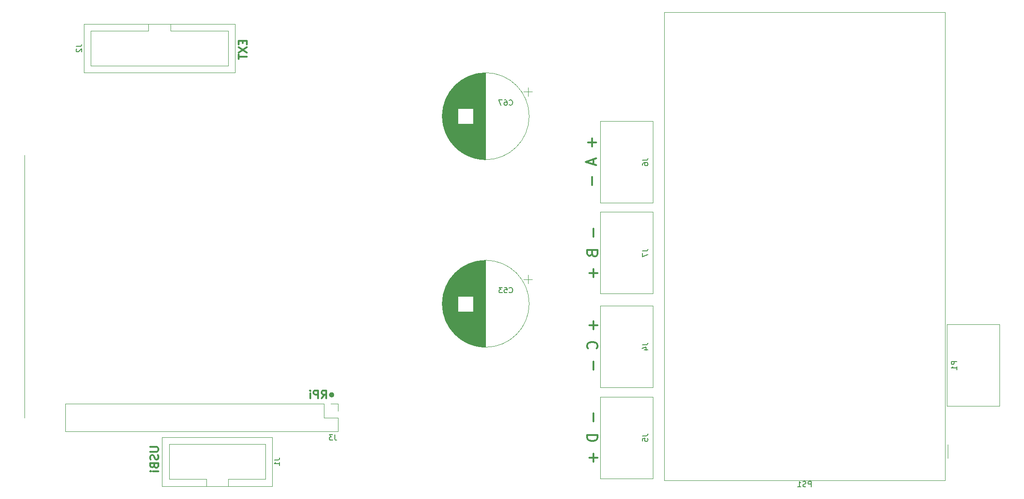
<source format=gbo>
G04 #@! TF.GenerationSoftware,KiCad,Pcbnew,(5.1.10)-1*
G04 #@! TF.CreationDate,2021-05-07T16:49:03+02:00*
G04 #@! TF.ProjectId,dsp-amplifier-x4,6473702d-616d-4706-9c69-666965722d78,rev?*
G04 #@! TF.SameCoordinates,Original*
G04 #@! TF.FileFunction,Legend,Bot*
G04 #@! TF.FilePolarity,Positive*
%FSLAX46Y46*%
G04 Gerber Fmt 4.6, Leading zero omitted, Abs format (unit mm)*
G04 Created by KiCad (PCBNEW (5.1.10)-1) date 2021-05-07 16:49:03*
%MOMM*%
%LPD*%
G01*
G04 APERTURE LIST*
%ADD10C,0.500000*%
%ADD11C,0.300000*%
%ADD12C,0.120000*%
%ADD13C,0.150000*%
%ADD14C,0.600000*%
%ADD15C,1.700000*%
%ADD16R,1.700000X1.700000*%
%ADD17O,1.700000X1.700000*%
%ADD18C,6.000000*%
%ADD19C,1.800000*%
%ADD20C,4.000000*%
%ADD21R,3.000000X3.000000*%
%ADD22C,3.000000*%
%ADD23R,2.500000X2.500000*%
%ADD24C,2.500000*%
%ADD25C,2.400000*%
%ADD26R,2.400000X2.400000*%
%ADD27C,3.400000*%
%ADD28C,1.400000*%
%ADD29R,1.400000X1.400000*%
G04 APERTURE END LIST*
D10*
X117500000Y-132500000D02*
G75*
G03*
X117500000Y-132500000I-250000J0D01*
G01*
D11*
X115392857Y-133178571D02*
X115892857Y-132464285D01*
X116250000Y-133178571D02*
X116250000Y-131678571D01*
X115678571Y-131678571D01*
X115535714Y-131750000D01*
X115464285Y-131821428D01*
X115392857Y-131964285D01*
X115392857Y-132178571D01*
X115464285Y-132321428D01*
X115535714Y-132392857D01*
X115678571Y-132464285D01*
X116250000Y-132464285D01*
X114750000Y-133178571D02*
X114750000Y-131678571D01*
X114178571Y-131678571D01*
X114035714Y-131750000D01*
X113964285Y-131821428D01*
X113892857Y-131964285D01*
X113892857Y-132178571D01*
X113964285Y-132321428D01*
X114035714Y-132392857D01*
X114178571Y-132464285D01*
X114750000Y-132464285D01*
X113250000Y-133178571D02*
X113250000Y-132178571D01*
X113250000Y-131678571D02*
X113321428Y-131750000D01*
X113250000Y-131821428D01*
X113178571Y-131750000D01*
X113250000Y-131678571D01*
X113250000Y-131821428D01*
X83428571Y-142250000D02*
X84642857Y-142250000D01*
X84785714Y-142321428D01*
X84857142Y-142392857D01*
X84928571Y-142535714D01*
X84928571Y-142821428D01*
X84857142Y-142964285D01*
X84785714Y-143035714D01*
X84642857Y-143107142D01*
X83428571Y-143107142D01*
X84857142Y-143750000D02*
X84928571Y-143964285D01*
X84928571Y-144321428D01*
X84857142Y-144464285D01*
X84785714Y-144535714D01*
X84642857Y-144607142D01*
X84500000Y-144607142D01*
X84357142Y-144535714D01*
X84285714Y-144464285D01*
X84214285Y-144321428D01*
X84142857Y-144035714D01*
X84071428Y-143892857D01*
X84000000Y-143821428D01*
X83857142Y-143750000D01*
X83714285Y-143750000D01*
X83571428Y-143821428D01*
X83500000Y-143892857D01*
X83428571Y-144035714D01*
X83428571Y-144392857D01*
X83500000Y-144607142D01*
X84142857Y-145750000D02*
X84214285Y-145964285D01*
X84285714Y-146035714D01*
X84428571Y-146107142D01*
X84642857Y-146107142D01*
X84785714Y-146035714D01*
X84857142Y-145964285D01*
X84928571Y-145821428D01*
X84928571Y-145250000D01*
X83428571Y-145250000D01*
X83428571Y-145750000D01*
X83500000Y-145892857D01*
X83571428Y-145964285D01*
X83714285Y-146035714D01*
X83857142Y-146035714D01*
X84000000Y-145964285D01*
X84071428Y-145892857D01*
X84142857Y-145750000D01*
X84142857Y-145250000D01*
X84928571Y-146750000D02*
X83928571Y-146750000D01*
X83428571Y-146750000D02*
X83500000Y-146678571D01*
X83571428Y-146750000D01*
X83500000Y-146821428D01*
X83428571Y-146750000D01*
X83571428Y-146750000D01*
X100642857Y-66392857D02*
X100642857Y-66892857D01*
X101428571Y-67107142D02*
X101428571Y-66392857D01*
X99928571Y-66392857D01*
X99928571Y-67107142D01*
X99928571Y-67607142D02*
X101428571Y-68607142D01*
X99928571Y-68607142D02*
X101428571Y-67607142D01*
X99928571Y-68964285D02*
X99928571Y-69821428D01*
X101428571Y-69392857D02*
X99928571Y-69392857D01*
X166142857Y-135976190D02*
X166142857Y-137500000D01*
X166904761Y-139976190D02*
X164904761Y-139976190D01*
X164904761Y-140452380D01*
X165000000Y-140738095D01*
X165190476Y-140928571D01*
X165380952Y-141023809D01*
X165761904Y-141119047D01*
X166047619Y-141119047D01*
X166428571Y-141023809D01*
X166619047Y-140928571D01*
X166809523Y-140738095D01*
X166904761Y-140452380D01*
X166904761Y-139976190D01*
X166142857Y-143500000D02*
X166142857Y-145023809D01*
X166904761Y-144261904D02*
X165380952Y-144261904D01*
X166142857Y-118726190D02*
X166142857Y-120250000D01*
X166904761Y-119488095D02*
X165380952Y-119488095D01*
X166714285Y-123869047D02*
X166809523Y-123773809D01*
X166904761Y-123488095D01*
X166904761Y-123297619D01*
X166809523Y-123011904D01*
X166619047Y-122821428D01*
X166428571Y-122726190D01*
X166047619Y-122630952D01*
X165761904Y-122630952D01*
X165380952Y-122726190D01*
X165190476Y-122821428D01*
X165000000Y-123011904D01*
X164904761Y-123297619D01*
X164904761Y-123488095D01*
X165000000Y-123773809D01*
X165095238Y-123869047D01*
X166142857Y-126250000D02*
X166142857Y-127773809D01*
X166142857Y-101476190D02*
X166142857Y-103000000D01*
X165857142Y-106142857D02*
X165952380Y-106428571D01*
X166047619Y-106523809D01*
X166238095Y-106619047D01*
X166523809Y-106619047D01*
X166714285Y-106523809D01*
X166809523Y-106428571D01*
X166904761Y-106238095D01*
X166904761Y-105476190D01*
X164904761Y-105476190D01*
X164904761Y-106142857D01*
X165000000Y-106333333D01*
X165095238Y-106428571D01*
X165285714Y-106523809D01*
X165476190Y-106523809D01*
X165666666Y-106428571D01*
X165761904Y-106333333D01*
X165857142Y-106142857D01*
X165857142Y-105476190D01*
X166142857Y-109000000D02*
X166142857Y-110523809D01*
X166904761Y-109761904D02*
X165380952Y-109761904D01*
X165892857Y-84619047D02*
X165892857Y-86142857D01*
X166654761Y-85380952D02*
X165130952Y-85380952D01*
X166083333Y-88523809D02*
X166083333Y-89476190D01*
X166654761Y-88333333D02*
X164654761Y-89000000D01*
X166654761Y-89666666D01*
X165892857Y-91857142D02*
X165892857Y-93380952D01*
D12*
X71025000Y-63260000D02*
X71025000Y-72380000D01*
X71025000Y-72380000D02*
X99225000Y-72380000D01*
X99225000Y-72380000D02*
X99225000Y-63260000D01*
X99225000Y-63260000D02*
X71025000Y-63260000D01*
X83075000Y-63260000D02*
X83075000Y-64570000D01*
X83075000Y-64570000D02*
X72325000Y-64570000D01*
X72325000Y-64570000D02*
X72325000Y-71070000D01*
X72325000Y-71070000D02*
X97925000Y-71070000D01*
X97925000Y-71070000D02*
X97925000Y-64570000D01*
X97925000Y-64570000D02*
X87175000Y-64570000D01*
X87175000Y-64570000D02*
X87175000Y-64570000D01*
X87175000Y-64570000D02*
X87175000Y-63260000D01*
X106210000Y-149540000D02*
X106210000Y-140420000D01*
X106210000Y-140420000D02*
X85630000Y-140420000D01*
X85630000Y-140420000D02*
X85630000Y-149540000D01*
X85630000Y-149540000D02*
X106210000Y-149540000D01*
X97970000Y-149540000D02*
X97970000Y-148230000D01*
X97970000Y-148230000D02*
X104910000Y-148230000D01*
X104910000Y-148230000D02*
X104910000Y-141730000D01*
X104910000Y-141730000D02*
X86930000Y-141730000D01*
X86930000Y-141730000D02*
X86930000Y-148230000D01*
X86930000Y-148230000D02*
X93870000Y-148230000D01*
X93870000Y-148230000D02*
X93870000Y-148230000D01*
X93870000Y-148230000D02*
X93870000Y-149540000D01*
X59980000Y-136750000D02*
X59980000Y-87750000D01*
X118460000Y-135480000D02*
X118460000Y-134150000D01*
X118460000Y-134150000D02*
X117130000Y-134150000D01*
X118460000Y-136750000D02*
X115860000Y-136750000D01*
X115860000Y-136750000D02*
X115860000Y-134150000D01*
X115860000Y-134150000D02*
X67540000Y-134150000D01*
X67540000Y-139350000D02*
X67540000Y-134150000D01*
X118460000Y-139350000D02*
X67540000Y-139350000D01*
X118460000Y-139350000D02*
X118460000Y-136750000D01*
X241850000Y-119380000D02*
X241850000Y-134620000D01*
X232050000Y-119380000D02*
X232050000Y-134620000D01*
X232050000Y-134620000D02*
X241850000Y-134620000D01*
X232050000Y-119380000D02*
X241850000Y-119380000D01*
X167400000Y-113620000D02*
X167400000Y-98380000D01*
X177200000Y-113620000D02*
X177200000Y-98380000D01*
X177200000Y-98380000D02*
X167400000Y-98380000D01*
X177200000Y-113620000D02*
X167400000Y-113620000D01*
X167400000Y-96680000D02*
X167400000Y-81440000D01*
X177200000Y-96680000D02*
X177200000Y-81440000D01*
X177200000Y-81440000D02*
X167400000Y-81440000D01*
X177200000Y-96680000D02*
X167400000Y-96680000D01*
X167400000Y-148120000D02*
X167400000Y-132880000D01*
X177200000Y-148120000D02*
X177200000Y-132880000D01*
X177200000Y-132880000D02*
X167400000Y-132880000D01*
X177200000Y-148120000D02*
X167400000Y-148120000D01*
X167400000Y-131120000D02*
X167400000Y-115880000D01*
X177200000Y-131120000D02*
X177200000Y-115880000D01*
X177200000Y-115880000D02*
X167400000Y-115880000D01*
X177200000Y-131120000D02*
X167400000Y-131120000D01*
X231700000Y-61100000D02*
X231700000Y-148500000D01*
X179300000Y-148500000D02*
X179300000Y-61100000D01*
X179300000Y-61100000D02*
X231700000Y-61100000D01*
X231700000Y-148500000D02*
X179300000Y-148500000D01*
X232200000Y-144300000D02*
X232200000Y-141800000D01*
X154120000Y-115500000D02*
G75*
G03*
X154120000Y-115500000I-8120000J0D01*
G01*
X146000000Y-107419000D02*
X146000000Y-123581000D01*
X145960000Y-107420000D02*
X145960000Y-123580000D01*
X145920000Y-107420000D02*
X145920000Y-123580000D01*
X145880000Y-107420000D02*
X145880000Y-123580000D01*
X145840000Y-107421000D02*
X145840000Y-123579000D01*
X145800000Y-107422000D02*
X145800000Y-123578000D01*
X145760000Y-107423000D02*
X145760000Y-123577000D01*
X145720000Y-107424000D02*
X145720000Y-123576000D01*
X145680000Y-107426000D02*
X145680000Y-123574000D01*
X145640000Y-107427000D02*
X145640000Y-123573000D01*
X145600000Y-107429000D02*
X145600000Y-123571000D01*
X145560000Y-107431000D02*
X145560000Y-123569000D01*
X145520000Y-107434000D02*
X145520000Y-123566000D01*
X145480000Y-107436000D02*
X145480000Y-123564000D01*
X145440000Y-107439000D02*
X145440000Y-123561000D01*
X145400000Y-107442000D02*
X145400000Y-123558000D01*
X145360000Y-107445000D02*
X145360000Y-123555000D01*
X145320000Y-107448000D02*
X145320000Y-123552000D01*
X145279000Y-107451000D02*
X145279000Y-123549000D01*
X145239000Y-107455000D02*
X145239000Y-123545000D01*
X145199000Y-107459000D02*
X145199000Y-123541000D01*
X145159000Y-107463000D02*
X145159000Y-123537000D01*
X145119000Y-107467000D02*
X145119000Y-123533000D01*
X145079000Y-107472000D02*
X145079000Y-123528000D01*
X145039000Y-107476000D02*
X145039000Y-123524000D01*
X144999000Y-107481000D02*
X144999000Y-123519000D01*
X144959000Y-107486000D02*
X144959000Y-123514000D01*
X144919000Y-107492000D02*
X144919000Y-123508000D01*
X144879000Y-107497000D02*
X144879000Y-123503000D01*
X144839000Y-107503000D02*
X144839000Y-123497000D01*
X144799000Y-107509000D02*
X144799000Y-123491000D01*
X144759000Y-107515000D02*
X144759000Y-123485000D01*
X144719000Y-107521000D02*
X144719000Y-123479000D01*
X144679000Y-107528000D02*
X144679000Y-123472000D01*
X144639000Y-107534000D02*
X144639000Y-123466000D01*
X144599000Y-107541000D02*
X144599000Y-123459000D01*
X144559000Y-107548000D02*
X144559000Y-123452000D01*
X144519000Y-107556000D02*
X144519000Y-123444000D01*
X144479000Y-107563000D02*
X144479000Y-123437000D01*
X144439000Y-107571000D02*
X144439000Y-123429000D01*
X144399000Y-107579000D02*
X144399000Y-123421000D01*
X144359000Y-107587000D02*
X144359000Y-123413000D01*
X144319000Y-107595000D02*
X144319000Y-123405000D01*
X144279000Y-107604000D02*
X144279000Y-123396000D01*
X144239000Y-107613000D02*
X144239000Y-123387000D01*
X144199000Y-107622000D02*
X144199000Y-123378000D01*
X144159000Y-107631000D02*
X144159000Y-123369000D01*
X144119000Y-107640000D02*
X144119000Y-123360000D01*
X144079000Y-107650000D02*
X144079000Y-123350000D01*
X144039000Y-107660000D02*
X144039000Y-123340000D01*
X143999000Y-107670000D02*
X143999000Y-123330000D01*
X143959000Y-107680000D02*
X143959000Y-123320000D01*
X143919000Y-107690000D02*
X143919000Y-123310000D01*
X143879000Y-107701000D02*
X143879000Y-123299000D01*
X143839000Y-107712000D02*
X143839000Y-123288000D01*
X143799000Y-107723000D02*
X143799000Y-123277000D01*
X143759000Y-107735000D02*
X143759000Y-123265000D01*
X143719000Y-107746000D02*
X143719000Y-123254000D01*
X143679000Y-107758000D02*
X143679000Y-114060000D01*
X143679000Y-116940000D02*
X143679000Y-123242000D01*
X143639000Y-107770000D02*
X143639000Y-114060000D01*
X143639000Y-116940000D02*
X143639000Y-123230000D01*
X143599000Y-107782000D02*
X143599000Y-114060000D01*
X143599000Y-116940000D02*
X143599000Y-123218000D01*
X143559000Y-107795000D02*
X143559000Y-114060000D01*
X143559000Y-116940000D02*
X143559000Y-123205000D01*
X143519000Y-107807000D02*
X143519000Y-114060000D01*
X143519000Y-116940000D02*
X143519000Y-123193000D01*
X143479000Y-107820000D02*
X143479000Y-114060000D01*
X143479000Y-116940000D02*
X143479000Y-123180000D01*
X143439000Y-107834000D02*
X143439000Y-114060000D01*
X143439000Y-116940000D02*
X143439000Y-123166000D01*
X143399000Y-107847000D02*
X143399000Y-114060000D01*
X143399000Y-116940000D02*
X143399000Y-123153000D01*
X143359000Y-107861000D02*
X143359000Y-114060000D01*
X143359000Y-116940000D02*
X143359000Y-123139000D01*
X143319000Y-107875000D02*
X143319000Y-114060000D01*
X143319000Y-116940000D02*
X143319000Y-123125000D01*
X143279000Y-107889000D02*
X143279000Y-114060000D01*
X143279000Y-116940000D02*
X143279000Y-123111000D01*
X143239000Y-107903000D02*
X143239000Y-114060000D01*
X143239000Y-116940000D02*
X143239000Y-123097000D01*
X143199000Y-107918000D02*
X143199000Y-114060000D01*
X143199000Y-116940000D02*
X143199000Y-123082000D01*
X143159000Y-107932000D02*
X143159000Y-114060000D01*
X143159000Y-116940000D02*
X143159000Y-123068000D01*
X143119000Y-107947000D02*
X143119000Y-114060000D01*
X143119000Y-116940000D02*
X143119000Y-123053000D01*
X143079000Y-107963000D02*
X143079000Y-114060000D01*
X143079000Y-116940000D02*
X143079000Y-123037000D01*
X143039000Y-107978000D02*
X143039000Y-114060000D01*
X143039000Y-116940000D02*
X143039000Y-123022000D01*
X142999000Y-107994000D02*
X142999000Y-114060000D01*
X142999000Y-116940000D02*
X142999000Y-123006000D01*
X142959000Y-108010000D02*
X142959000Y-114060000D01*
X142959000Y-116940000D02*
X142959000Y-122990000D01*
X142919000Y-108026000D02*
X142919000Y-114060000D01*
X142919000Y-116940000D02*
X142919000Y-122974000D01*
X142879000Y-108043000D02*
X142879000Y-114060000D01*
X142879000Y-116940000D02*
X142879000Y-122957000D01*
X142839000Y-108060000D02*
X142839000Y-114060000D01*
X142839000Y-116940000D02*
X142839000Y-122940000D01*
X142799000Y-108077000D02*
X142799000Y-114060000D01*
X142799000Y-116940000D02*
X142799000Y-122923000D01*
X142759000Y-108094000D02*
X142759000Y-114060000D01*
X142759000Y-116940000D02*
X142759000Y-122906000D01*
X142719000Y-108111000D02*
X142719000Y-114060000D01*
X142719000Y-116940000D02*
X142719000Y-122889000D01*
X142679000Y-108129000D02*
X142679000Y-114060000D01*
X142679000Y-116940000D02*
X142679000Y-122871000D01*
X142639000Y-108147000D02*
X142639000Y-114060000D01*
X142639000Y-116940000D02*
X142639000Y-122853000D01*
X142599000Y-108166000D02*
X142599000Y-114060000D01*
X142599000Y-116940000D02*
X142599000Y-122834000D01*
X142559000Y-108184000D02*
X142559000Y-114060000D01*
X142559000Y-116940000D02*
X142559000Y-122816000D01*
X142519000Y-108203000D02*
X142519000Y-114060000D01*
X142519000Y-116940000D02*
X142519000Y-122797000D01*
X142479000Y-108222000D02*
X142479000Y-114060000D01*
X142479000Y-116940000D02*
X142479000Y-122778000D01*
X142439000Y-108242000D02*
X142439000Y-114060000D01*
X142439000Y-116940000D02*
X142439000Y-122758000D01*
X142399000Y-108261000D02*
X142399000Y-114060000D01*
X142399000Y-116940000D02*
X142399000Y-122739000D01*
X142359000Y-108281000D02*
X142359000Y-114060000D01*
X142359000Y-116940000D02*
X142359000Y-122719000D01*
X142319000Y-108301000D02*
X142319000Y-114060000D01*
X142319000Y-116940000D02*
X142319000Y-122699000D01*
X142279000Y-108322000D02*
X142279000Y-114060000D01*
X142279000Y-116940000D02*
X142279000Y-122678000D01*
X142239000Y-108343000D02*
X142239000Y-114060000D01*
X142239000Y-116940000D02*
X142239000Y-122657000D01*
X142199000Y-108364000D02*
X142199000Y-114060000D01*
X142199000Y-116940000D02*
X142199000Y-122636000D01*
X142159000Y-108385000D02*
X142159000Y-114060000D01*
X142159000Y-116940000D02*
X142159000Y-122615000D01*
X142119000Y-108406000D02*
X142119000Y-114060000D01*
X142119000Y-116940000D02*
X142119000Y-122594000D01*
X142079000Y-108428000D02*
X142079000Y-114060000D01*
X142079000Y-116940000D02*
X142079000Y-122572000D01*
X142039000Y-108451000D02*
X142039000Y-114060000D01*
X142039000Y-116940000D02*
X142039000Y-122549000D01*
X141999000Y-108473000D02*
X141999000Y-114060000D01*
X141999000Y-116940000D02*
X141999000Y-122527000D01*
X141959000Y-108496000D02*
X141959000Y-114060000D01*
X141959000Y-116940000D02*
X141959000Y-122504000D01*
X141919000Y-108519000D02*
X141919000Y-114060000D01*
X141919000Y-116940000D02*
X141919000Y-122481000D01*
X141879000Y-108542000D02*
X141879000Y-114060000D01*
X141879000Y-116940000D02*
X141879000Y-122458000D01*
X141839000Y-108566000D02*
X141839000Y-114060000D01*
X141839000Y-116940000D02*
X141839000Y-122434000D01*
X141799000Y-108590000D02*
X141799000Y-114060000D01*
X141799000Y-116940000D02*
X141799000Y-122410000D01*
X141759000Y-108614000D02*
X141759000Y-114060000D01*
X141759000Y-116940000D02*
X141759000Y-122386000D01*
X141719000Y-108639000D02*
X141719000Y-114060000D01*
X141719000Y-116940000D02*
X141719000Y-122361000D01*
X141679000Y-108664000D02*
X141679000Y-114060000D01*
X141679000Y-116940000D02*
X141679000Y-122336000D01*
X141639000Y-108689000D02*
X141639000Y-114060000D01*
X141639000Y-116940000D02*
X141639000Y-122311000D01*
X141599000Y-108715000D02*
X141599000Y-114060000D01*
X141599000Y-116940000D02*
X141599000Y-122285000D01*
X141559000Y-108741000D02*
X141559000Y-114060000D01*
X141559000Y-116940000D02*
X141559000Y-122259000D01*
X141519000Y-108767000D02*
X141519000Y-114060000D01*
X141519000Y-116940000D02*
X141519000Y-122233000D01*
X141479000Y-108794000D02*
X141479000Y-114060000D01*
X141479000Y-116940000D02*
X141479000Y-122206000D01*
X141439000Y-108821000D02*
X141439000Y-114060000D01*
X141439000Y-116940000D02*
X141439000Y-122179000D01*
X141399000Y-108848000D02*
X141399000Y-114060000D01*
X141399000Y-116940000D02*
X141399000Y-122152000D01*
X141359000Y-108876000D02*
X141359000Y-114060000D01*
X141359000Y-116940000D02*
X141359000Y-122124000D01*
X141319000Y-108904000D02*
X141319000Y-114060000D01*
X141319000Y-116940000D02*
X141319000Y-122096000D01*
X141279000Y-108932000D02*
X141279000Y-114060000D01*
X141279000Y-116940000D02*
X141279000Y-122068000D01*
X141239000Y-108961000D02*
X141239000Y-114060000D01*
X141239000Y-116940000D02*
X141239000Y-122039000D01*
X141199000Y-108990000D02*
X141199000Y-114060000D01*
X141199000Y-116940000D02*
X141199000Y-122010000D01*
X141159000Y-109020000D02*
X141159000Y-114060000D01*
X141159000Y-116940000D02*
X141159000Y-121980000D01*
X141119000Y-109050000D02*
X141119000Y-114060000D01*
X141119000Y-116940000D02*
X141119000Y-121950000D01*
X141079000Y-109080000D02*
X141079000Y-114060000D01*
X141079000Y-116940000D02*
X141079000Y-121920000D01*
X141039000Y-109110000D02*
X141039000Y-114060000D01*
X141039000Y-116940000D02*
X141039000Y-121890000D01*
X140999000Y-109142000D02*
X140999000Y-114060000D01*
X140999000Y-116940000D02*
X140999000Y-121858000D01*
X140959000Y-109173000D02*
X140959000Y-114060000D01*
X140959000Y-116940000D02*
X140959000Y-121827000D01*
X140919000Y-109205000D02*
X140919000Y-114060000D01*
X140919000Y-116940000D02*
X140919000Y-121795000D01*
X140879000Y-109237000D02*
X140879000Y-114060000D01*
X140879000Y-116940000D02*
X140879000Y-121763000D01*
X140839000Y-109270000D02*
X140839000Y-114060000D01*
X140839000Y-116940000D02*
X140839000Y-121730000D01*
X140799000Y-109303000D02*
X140799000Y-121697000D01*
X140759000Y-109337000D02*
X140759000Y-121663000D01*
X140719000Y-109371000D02*
X140719000Y-121629000D01*
X140679000Y-109405000D02*
X140679000Y-121595000D01*
X140639000Y-109440000D02*
X140639000Y-121560000D01*
X140599000Y-109475000D02*
X140599000Y-121525000D01*
X140559000Y-109511000D02*
X140559000Y-121489000D01*
X140519000Y-109548000D02*
X140519000Y-121452000D01*
X140479000Y-109584000D02*
X140479000Y-121416000D01*
X140439000Y-109622000D02*
X140439000Y-121378000D01*
X140399000Y-109660000D02*
X140399000Y-121340000D01*
X140359000Y-109698000D02*
X140359000Y-121302000D01*
X140319000Y-109737000D02*
X140319000Y-121263000D01*
X140279000Y-109776000D02*
X140279000Y-121224000D01*
X140239000Y-109816000D02*
X140239000Y-121184000D01*
X140199000Y-109857000D02*
X140199000Y-121143000D01*
X140159000Y-109898000D02*
X140159000Y-121102000D01*
X140119000Y-109940000D02*
X140119000Y-121060000D01*
X140079000Y-109982000D02*
X140079000Y-121018000D01*
X140039000Y-110025000D02*
X140039000Y-120975000D01*
X139999000Y-110068000D02*
X139999000Y-120932000D01*
X139959000Y-110112000D02*
X139959000Y-120888000D01*
X139919000Y-110157000D02*
X139919000Y-120843000D01*
X139879000Y-110203000D02*
X139879000Y-120797000D01*
X139839000Y-110249000D02*
X139839000Y-120751000D01*
X139799000Y-110296000D02*
X139799000Y-120704000D01*
X139759000Y-110344000D02*
X139759000Y-120656000D01*
X139719000Y-110392000D02*
X139719000Y-120608000D01*
X139679000Y-110441000D02*
X139679000Y-120559000D01*
X139639000Y-110491000D02*
X139639000Y-120509000D01*
X139599000Y-110542000D02*
X139599000Y-120458000D01*
X139559000Y-110594000D02*
X139559000Y-120406000D01*
X139519000Y-110646000D02*
X139519000Y-120354000D01*
X139479000Y-110700000D02*
X139479000Y-120300000D01*
X139439000Y-110754000D02*
X139439000Y-120246000D01*
X139399000Y-110809000D02*
X139399000Y-120191000D01*
X139359000Y-110866000D02*
X139359000Y-120134000D01*
X139319000Y-110923000D02*
X139319000Y-120077000D01*
X139279000Y-110981000D02*
X139279000Y-120019000D01*
X139239000Y-111041000D02*
X139239000Y-119959000D01*
X139199000Y-111102000D02*
X139199000Y-119898000D01*
X139159000Y-111164000D02*
X139159000Y-119836000D01*
X139119000Y-111227000D02*
X139119000Y-119773000D01*
X139079000Y-111291000D02*
X139079000Y-119709000D01*
X139039000Y-111357000D02*
X139039000Y-119643000D01*
X138999000Y-111424000D02*
X138999000Y-119576000D01*
X138959000Y-111493000D02*
X138959000Y-119507000D01*
X138919000Y-111564000D02*
X138919000Y-119436000D01*
X138879000Y-111636000D02*
X138879000Y-119364000D01*
X138839000Y-111710000D02*
X138839000Y-119290000D01*
X138799000Y-111785000D02*
X138799000Y-119215000D01*
X138759000Y-111863000D02*
X138759000Y-119137000D01*
X138719000Y-111943000D02*
X138719000Y-119057000D01*
X138679000Y-112025000D02*
X138679000Y-118975000D01*
X138639000Y-112110000D02*
X138639000Y-118890000D01*
X138599000Y-112197000D02*
X138599000Y-118803000D01*
X138559000Y-112287000D02*
X138559000Y-118713000D01*
X138519000Y-112380000D02*
X138519000Y-118620000D01*
X138479000Y-112476000D02*
X138479000Y-118524000D01*
X138439000Y-112576000D02*
X138439000Y-118424000D01*
X138399000Y-112680000D02*
X138399000Y-118320000D01*
X138359000Y-112789000D02*
X138359000Y-118211000D01*
X138319000Y-112903000D02*
X138319000Y-118097000D01*
X138279000Y-113022000D02*
X138279000Y-117978000D01*
X138239000Y-113149000D02*
X138239000Y-117851000D01*
X138199000Y-113282000D02*
X138199000Y-117718000D01*
X138159000Y-113426000D02*
X138159000Y-117574000D01*
X138119000Y-113580000D02*
X138119000Y-117420000D01*
X138079000Y-113748000D02*
X138079000Y-117252000D01*
X138039000Y-113936000D02*
X138039000Y-117064000D01*
X137999000Y-114149000D02*
X137999000Y-116851000D01*
X137959000Y-114402000D02*
X137959000Y-116598000D01*
X137919000Y-114735000D02*
X137919000Y-116265000D01*
X154689491Y-110945000D02*
X153089491Y-110945000D01*
X153889491Y-110145000D02*
X153889491Y-111745000D01*
X154120000Y-80500000D02*
G75*
G03*
X154120000Y-80500000I-8120000J0D01*
G01*
X146000000Y-72419000D02*
X146000000Y-88581000D01*
X145960000Y-72420000D02*
X145960000Y-88580000D01*
X145920000Y-72420000D02*
X145920000Y-88580000D01*
X145880000Y-72420000D02*
X145880000Y-88580000D01*
X145840000Y-72421000D02*
X145840000Y-88579000D01*
X145800000Y-72422000D02*
X145800000Y-88578000D01*
X145760000Y-72423000D02*
X145760000Y-88577000D01*
X145720000Y-72424000D02*
X145720000Y-88576000D01*
X145680000Y-72426000D02*
X145680000Y-88574000D01*
X145640000Y-72427000D02*
X145640000Y-88573000D01*
X145600000Y-72429000D02*
X145600000Y-88571000D01*
X145560000Y-72431000D02*
X145560000Y-88569000D01*
X145520000Y-72434000D02*
X145520000Y-88566000D01*
X145480000Y-72436000D02*
X145480000Y-88564000D01*
X145440000Y-72439000D02*
X145440000Y-88561000D01*
X145400000Y-72442000D02*
X145400000Y-88558000D01*
X145360000Y-72445000D02*
X145360000Y-88555000D01*
X145320000Y-72448000D02*
X145320000Y-88552000D01*
X145279000Y-72451000D02*
X145279000Y-88549000D01*
X145239000Y-72455000D02*
X145239000Y-88545000D01*
X145199000Y-72459000D02*
X145199000Y-88541000D01*
X145159000Y-72463000D02*
X145159000Y-88537000D01*
X145119000Y-72467000D02*
X145119000Y-88533000D01*
X145079000Y-72472000D02*
X145079000Y-88528000D01*
X145039000Y-72476000D02*
X145039000Y-88524000D01*
X144999000Y-72481000D02*
X144999000Y-88519000D01*
X144959000Y-72486000D02*
X144959000Y-88514000D01*
X144919000Y-72492000D02*
X144919000Y-88508000D01*
X144879000Y-72497000D02*
X144879000Y-88503000D01*
X144839000Y-72503000D02*
X144839000Y-88497000D01*
X144799000Y-72509000D02*
X144799000Y-88491000D01*
X144759000Y-72515000D02*
X144759000Y-88485000D01*
X144719000Y-72521000D02*
X144719000Y-88479000D01*
X144679000Y-72528000D02*
X144679000Y-88472000D01*
X144639000Y-72534000D02*
X144639000Y-88466000D01*
X144599000Y-72541000D02*
X144599000Y-88459000D01*
X144559000Y-72548000D02*
X144559000Y-88452000D01*
X144519000Y-72556000D02*
X144519000Y-88444000D01*
X144479000Y-72563000D02*
X144479000Y-88437000D01*
X144439000Y-72571000D02*
X144439000Y-88429000D01*
X144399000Y-72579000D02*
X144399000Y-88421000D01*
X144359000Y-72587000D02*
X144359000Y-88413000D01*
X144319000Y-72595000D02*
X144319000Y-88405000D01*
X144279000Y-72604000D02*
X144279000Y-88396000D01*
X144239000Y-72613000D02*
X144239000Y-88387000D01*
X144199000Y-72622000D02*
X144199000Y-88378000D01*
X144159000Y-72631000D02*
X144159000Y-88369000D01*
X144119000Y-72640000D02*
X144119000Y-88360000D01*
X144079000Y-72650000D02*
X144079000Y-88350000D01*
X144039000Y-72660000D02*
X144039000Y-88340000D01*
X143999000Y-72670000D02*
X143999000Y-88330000D01*
X143959000Y-72680000D02*
X143959000Y-88320000D01*
X143919000Y-72690000D02*
X143919000Y-88310000D01*
X143879000Y-72701000D02*
X143879000Y-88299000D01*
X143839000Y-72712000D02*
X143839000Y-88288000D01*
X143799000Y-72723000D02*
X143799000Y-88277000D01*
X143759000Y-72735000D02*
X143759000Y-88265000D01*
X143719000Y-72746000D02*
X143719000Y-88254000D01*
X143679000Y-72758000D02*
X143679000Y-79060000D01*
X143679000Y-81940000D02*
X143679000Y-88242000D01*
X143639000Y-72770000D02*
X143639000Y-79060000D01*
X143639000Y-81940000D02*
X143639000Y-88230000D01*
X143599000Y-72782000D02*
X143599000Y-79060000D01*
X143599000Y-81940000D02*
X143599000Y-88218000D01*
X143559000Y-72795000D02*
X143559000Y-79060000D01*
X143559000Y-81940000D02*
X143559000Y-88205000D01*
X143519000Y-72807000D02*
X143519000Y-79060000D01*
X143519000Y-81940000D02*
X143519000Y-88193000D01*
X143479000Y-72820000D02*
X143479000Y-79060000D01*
X143479000Y-81940000D02*
X143479000Y-88180000D01*
X143439000Y-72834000D02*
X143439000Y-79060000D01*
X143439000Y-81940000D02*
X143439000Y-88166000D01*
X143399000Y-72847000D02*
X143399000Y-79060000D01*
X143399000Y-81940000D02*
X143399000Y-88153000D01*
X143359000Y-72861000D02*
X143359000Y-79060000D01*
X143359000Y-81940000D02*
X143359000Y-88139000D01*
X143319000Y-72875000D02*
X143319000Y-79060000D01*
X143319000Y-81940000D02*
X143319000Y-88125000D01*
X143279000Y-72889000D02*
X143279000Y-79060000D01*
X143279000Y-81940000D02*
X143279000Y-88111000D01*
X143239000Y-72903000D02*
X143239000Y-79060000D01*
X143239000Y-81940000D02*
X143239000Y-88097000D01*
X143199000Y-72918000D02*
X143199000Y-79060000D01*
X143199000Y-81940000D02*
X143199000Y-88082000D01*
X143159000Y-72932000D02*
X143159000Y-79060000D01*
X143159000Y-81940000D02*
X143159000Y-88068000D01*
X143119000Y-72947000D02*
X143119000Y-79060000D01*
X143119000Y-81940000D02*
X143119000Y-88053000D01*
X143079000Y-72963000D02*
X143079000Y-79060000D01*
X143079000Y-81940000D02*
X143079000Y-88037000D01*
X143039000Y-72978000D02*
X143039000Y-79060000D01*
X143039000Y-81940000D02*
X143039000Y-88022000D01*
X142999000Y-72994000D02*
X142999000Y-79060000D01*
X142999000Y-81940000D02*
X142999000Y-88006000D01*
X142959000Y-73010000D02*
X142959000Y-79060000D01*
X142959000Y-81940000D02*
X142959000Y-87990000D01*
X142919000Y-73026000D02*
X142919000Y-79060000D01*
X142919000Y-81940000D02*
X142919000Y-87974000D01*
X142879000Y-73043000D02*
X142879000Y-79060000D01*
X142879000Y-81940000D02*
X142879000Y-87957000D01*
X142839000Y-73060000D02*
X142839000Y-79060000D01*
X142839000Y-81940000D02*
X142839000Y-87940000D01*
X142799000Y-73077000D02*
X142799000Y-79060000D01*
X142799000Y-81940000D02*
X142799000Y-87923000D01*
X142759000Y-73094000D02*
X142759000Y-79060000D01*
X142759000Y-81940000D02*
X142759000Y-87906000D01*
X142719000Y-73111000D02*
X142719000Y-79060000D01*
X142719000Y-81940000D02*
X142719000Y-87889000D01*
X142679000Y-73129000D02*
X142679000Y-79060000D01*
X142679000Y-81940000D02*
X142679000Y-87871000D01*
X142639000Y-73147000D02*
X142639000Y-79060000D01*
X142639000Y-81940000D02*
X142639000Y-87853000D01*
X142599000Y-73166000D02*
X142599000Y-79060000D01*
X142599000Y-81940000D02*
X142599000Y-87834000D01*
X142559000Y-73184000D02*
X142559000Y-79060000D01*
X142559000Y-81940000D02*
X142559000Y-87816000D01*
X142519000Y-73203000D02*
X142519000Y-79060000D01*
X142519000Y-81940000D02*
X142519000Y-87797000D01*
X142479000Y-73222000D02*
X142479000Y-79060000D01*
X142479000Y-81940000D02*
X142479000Y-87778000D01*
X142439000Y-73242000D02*
X142439000Y-79060000D01*
X142439000Y-81940000D02*
X142439000Y-87758000D01*
X142399000Y-73261000D02*
X142399000Y-79060000D01*
X142399000Y-81940000D02*
X142399000Y-87739000D01*
X142359000Y-73281000D02*
X142359000Y-79060000D01*
X142359000Y-81940000D02*
X142359000Y-87719000D01*
X142319000Y-73301000D02*
X142319000Y-79060000D01*
X142319000Y-81940000D02*
X142319000Y-87699000D01*
X142279000Y-73322000D02*
X142279000Y-79060000D01*
X142279000Y-81940000D02*
X142279000Y-87678000D01*
X142239000Y-73343000D02*
X142239000Y-79060000D01*
X142239000Y-81940000D02*
X142239000Y-87657000D01*
X142199000Y-73364000D02*
X142199000Y-79060000D01*
X142199000Y-81940000D02*
X142199000Y-87636000D01*
X142159000Y-73385000D02*
X142159000Y-79060000D01*
X142159000Y-81940000D02*
X142159000Y-87615000D01*
X142119000Y-73406000D02*
X142119000Y-79060000D01*
X142119000Y-81940000D02*
X142119000Y-87594000D01*
X142079000Y-73428000D02*
X142079000Y-79060000D01*
X142079000Y-81940000D02*
X142079000Y-87572000D01*
X142039000Y-73451000D02*
X142039000Y-79060000D01*
X142039000Y-81940000D02*
X142039000Y-87549000D01*
X141999000Y-73473000D02*
X141999000Y-79060000D01*
X141999000Y-81940000D02*
X141999000Y-87527000D01*
X141959000Y-73496000D02*
X141959000Y-79060000D01*
X141959000Y-81940000D02*
X141959000Y-87504000D01*
X141919000Y-73519000D02*
X141919000Y-79060000D01*
X141919000Y-81940000D02*
X141919000Y-87481000D01*
X141879000Y-73542000D02*
X141879000Y-79060000D01*
X141879000Y-81940000D02*
X141879000Y-87458000D01*
X141839000Y-73566000D02*
X141839000Y-79060000D01*
X141839000Y-81940000D02*
X141839000Y-87434000D01*
X141799000Y-73590000D02*
X141799000Y-79060000D01*
X141799000Y-81940000D02*
X141799000Y-87410000D01*
X141759000Y-73614000D02*
X141759000Y-79060000D01*
X141759000Y-81940000D02*
X141759000Y-87386000D01*
X141719000Y-73639000D02*
X141719000Y-79060000D01*
X141719000Y-81940000D02*
X141719000Y-87361000D01*
X141679000Y-73664000D02*
X141679000Y-79060000D01*
X141679000Y-81940000D02*
X141679000Y-87336000D01*
X141639000Y-73689000D02*
X141639000Y-79060000D01*
X141639000Y-81940000D02*
X141639000Y-87311000D01*
X141599000Y-73715000D02*
X141599000Y-79060000D01*
X141599000Y-81940000D02*
X141599000Y-87285000D01*
X141559000Y-73741000D02*
X141559000Y-79060000D01*
X141559000Y-81940000D02*
X141559000Y-87259000D01*
X141519000Y-73767000D02*
X141519000Y-79060000D01*
X141519000Y-81940000D02*
X141519000Y-87233000D01*
X141479000Y-73794000D02*
X141479000Y-79060000D01*
X141479000Y-81940000D02*
X141479000Y-87206000D01*
X141439000Y-73821000D02*
X141439000Y-79060000D01*
X141439000Y-81940000D02*
X141439000Y-87179000D01*
X141399000Y-73848000D02*
X141399000Y-79060000D01*
X141399000Y-81940000D02*
X141399000Y-87152000D01*
X141359000Y-73876000D02*
X141359000Y-79060000D01*
X141359000Y-81940000D02*
X141359000Y-87124000D01*
X141319000Y-73904000D02*
X141319000Y-79060000D01*
X141319000Y-81940000D02*
X141319000Y-87096000D01*
X141279000Y-73932000D02*
X141279000Y-79060000D01*
X141279000Y-81940000D02*
X141279000Y-87068000D01*
X141239000Y-73961000D02*
X141239000Y-79060000D01*
X141239000Y-81940000D02*
X141239000Y-87039000D01*
X141199000Y-73990000D02*
X141199000Y-79060000D01*
X141199000Y-81940000D02*
X141199000Y-87010000D01*
X141159000Y-74020000D02*
X141159000Y-79060000D01*
X141159000Y-81940000D02*
X141159000Y-86980000D01*
X141119000Y-74050000D02*
X141119000Y-79060000D01*
X141119000Y-81940000D02*
X141119000Y-86950000D01*
X141079000Y-74080000D02*
X141079000Y-79060000D01*
X141079000Y-81940000D02*
X141079000Y-86920000D01*
X141039000Y-74110000D02*
X141039000Y-79060000D01*
X141039000Y-81940000D02*
X141039000Y-86890000D01*
X140999000Y-74142000D02*
X140999000Y-79060000D01*
X140999000Y-81940000D02*
X140999000Y-86858000D01*
X140959000Y-74173000D02*
X140959000Y-79060000D01*
X140959000Y-81940000D02*
X140959000Y-86827000D01*
X140919000Y-74205000D02*
X140919000Y-79060000D01*
X140919000Y-81940000D02*
X140919000Y-86795000D01*
X140879000Y-74237000D02*
X140879000Y-79060000D01*
X140879000Y-81940000D02*
X140879000Y-86763000D01*
X140839000Y-74270000D02*
X140839000Y-79060000D01*
X140839000Y-81940000D02*
X140839000Y-86730000D01*
X140799000Y-74303000D02*
X140799000Y-86697000D01*
X140759000Y-74337000D02*
X140759000Y-86663000D01*
X140719000Y-74371000D02*
X140719000Y-86629000D01*
X140679000Y-74405000D02*
X140679000Y-86595000D01*
X140639000Y-74440000D02*
X140639000Y-86560000D01*
X140599000Y-74475000D02*
X140599000Y-86525000D01*
X140559000Y-74511000D02*
X140559000Y-86489000D01*
X140519000Y-74548000D02*
X140519000Y-86452000D01*
X140479000Y-74584000D02*
X140479000Y-86416000D01*
X140439000Y-74622000D02*
X140439000Y-86378000D01*
X140399000Y-74660000D02*
X140399000Y-86340000D01*
X140359000Y-74698000D02*
X140359000Y-86302000D01*
X140319000Y-74737000D02*
X140319000Y-86263000D01*
X140279000Y-74776000D02*
X140279000Y-86224000D01*
X140239000Y-74816000D02*
X140239000Y-86184000D01*
X140199000Y-74857000D02*
X140199000Y-86143000D01*
X140159000Y-74898000D02*
X140159000Y-86102000D01*
X140119000Y-74940000D02*
X140119000Y-86060000D01*
X140079000Y-74982000D02*
X140079000Y-86018000D01*
X140039000Y-75025000D02*
X140039000Y-85975000D01*
X139999000Y-75068000D02*
X139999000Y-85932000D01*
X139959000Y-75112000D02*
X139959000Y-85888000D01*
X139919000Y-75157000D02*
X139919000Y-85843000D01*
X139879000Y-75203000D02*
X139879000Y-85797000D01*
X139839000Y-75249000D02*
X139839000Y-85751000D01*
X139799000Y-75296000D02*
X139799000Y-85704000D01*
X139759000Y-75344000D02*
X139759000Y-85656000D01*
X139719000Y-75392000D02*
X139719000Y-85608000D01*
X139679000Y-75441000D02*
X139679000Y-85559000D01*
X139639000Y-75491000D02*
X139639000Y-85509000D01*
X139599000Y-75542000D02*
X139599000Y-85458000D01*
X139559000Y-75594000D02*
X139559000Y-85406000D01*
X139519000Y-75646000D02*
X139519000Y-85354000D01*
X139479000Y-75700000D02*
X139479000Y-85300000D01*
X139439000Y-75754000D02*
X139439000Y-85246000D01*
X139399000Y-75809000D02*
X139399000Y-85191000D01*
X139359000Y-75866000D02*
X139359000Y-85134000D01*
X139319000Y-75923000D02*
X139319000Y-85077000D01*
X139279000Y-75981000D02*
X139279000Y-85019000D01*
X139239000Y-76041000D02*
X139239000Y-84959000D01*
X139199000Y-76102000D02*
X139199000Y-84898000D01*
X139159000Y-76164000D02*
X139159000Y-84836000D01*
X139119000Y-76227000D02*
X139119000Y-84773000D01*
X139079000Y-76291000D02*
X139079000Y-84709000D01*
X139039000Y-76357000D02*
X139039000Y-84643000D01*
X138999000Y-76424000D02*
X138999000Y-84576000D01*
X138959000Y-76493000D02*
X138959000Y-84507000D01*
X138919000Y-76564000D02*
X138919000Y-84436000D01*
X138879000Y-76636000D02*
X138879000Y-84364000D01*
X138839000Y-76710000D02*
X138839000Y-84290000D01*
X138799000Y-76785000D02*
X138799000Y-84215000D01*
X138759000Y-76863000D02*
X138759000Y-84137000D01*
X138719000Y-76943000D02*
X138719000Y-84057000D01*
X138679000Y-77025000D02*
X138679000Y-83975000D01*
X138639000Y-77110000D02*
X138639000Y-83890000D01*
X138599000Y-77197000D02*
X138599000Y-83803000D01*
X138559000Y-77287000D02*
X138559000Y-83713000D01*
X138519000Y-77380000D02*
X138519000Y-83620000D01*
X138479000Y-77476000D02*
X138479000Y-83524000D01*
X138439000Y-77576000D02*
X138439000Y-83424000D01*
X138399000Y-77680000D02*
X138399000Y-83320000D01*
X138359000Y-77789000D02*
X138359000Y-83211000D01*
X138319000Y-77903000D02*
X138319000Y-83097000D01*
X138279000Y-78022000D02*
X138279000Y-82978000D01*
X138239000Y-78149000D02*
X138239000Y-82851000D01*
X138199000Y-78282000D02*
X138199000Y-82718000D01*
X138159000Y-78426000D02*
X138159000Y-82574000D01*
X138119000Y-78580000D02*
X138119000Y-82420000D01*
X138079000Y-78748000D02*
X138079000Y-82252000D01*
X138039000Y-78936000D02*
X138039000Y-82064000D01*
X137999000Y-79149000D02*
X137999000Y-81851000D01*
X137959000Y-79402000D02*
X137959000Y-81598000D01*
X137919000Y-79735000D02*
X137919000Y-81265000D01*
X154689491Y-75945000D02*
X153089491Y-75945000D01*
X153889491Y-75145000D02*
X153889491Y-76745000D01*
D13*
X69587380Y-67486666D02*
X70301666Y-67486666D01*
X70444523Y-67439047D01*
X70539761Y-67343809D01*
X70587380Y-67200952D01*
X70587380Y-67105714D01*
X69682619Y-67915238D02*
X69635000Y-67962857D01*
X69587380Y-68058095D01*
X69587380Y-68296190D01*
X69635000Y-68391428D01*
X69682619Y-68439047D01*
X69777857Y-68486666D01*
X69873095Y-68486666D01*
X70015952Y-68439047D01*
X70587380Y-67867619D01*
X70587380Y-68486666D01*
X106552380Y-144646666D02*
X107266666Y-144646666D01*
X107409523Y-144599047D01*
X107504761Y-144503809D01*
X107552380Y-144360952D01*
X107552380Y-144265714D01*
X107552380Y-145646666D02*
X107552380Y-145075238D01*
X107552380Y-145360952D02*
X106552380Y-145360952D01*
X106695238Y-145265714D01*
X106790476Y-145170476D01*
X106838095Y-145075238D01*
X117833333Y-139952380D02*
X117833333Y-140666666D01*
X117880952Y-140809523D01*
X117976190Y-140904761D01*
X118119047Y-140952380D01*
X118214285Y-140952380D01*
X117452380Y-139952380D02*
X116833333Y-139952380D01*
X117166666Y-140333333D01*
X117023809Y-140333333D01*
X116928571Y-140380952D01*
X116880952Y-140428571D01*
X116833333Y-140523809D01*
X116833333Y-140761904D01*
X116880952Y-140857142D01*
X116928571Y-140904761D01*
X117023809Y-140952380D01*
X117309523Y-140952380D01*
X117404761Y-140904761D01*
X117452380Y-140857142D01*
X233892380Y-126261904D02*
X232892380Y-126261904D01*
X232892380Y-126642857D01*
X232940000Y-126738095D01*
X232987619Y-126785714D01*
X233082857Y-126833333D01*
X233225714Y-126833333D01*
X233320952Y-126785714D01*
X233368571Y-126738095D01*
X233416190Y-126642857D01*
X233416190Y-126261904D01*
X233892380Y-127785714D02*
X233892380Y-127214285D01*
X233892380Y-127500000D02*
X232892380Y-127500000D01*
X233035238Y-127404761D01*
X233130476Y-127309523D01*
X233178095Y-127214285D01*
X175262380Y-105666666D02*
X175976666Y-105666666D01*
X176119523Y-105619047D01*
X176214761Y-105523809D01*
X176262380Y-105380952D01*
X176262380Y-105285714D01*
X175262380Y-106047619D02*
X175262380Y-106714285D01*
X176262380Y-106285714D01*
X175262380Y-88726666D02*
X175976666Y-88726666D01*
X176119523Y-88679047D01*
X176214761Y-88583809D01*
X176262380Y-88440952D01*
X176262380Y-88345714D01*
X175262380Y-89631428D02*
X175262380Y-89440952D01*
X175310000Y-89345714D01*
X175357619Y-89298095D01*
X175500476Y-89202857D01*
X175690952Y-89155238D01*
X176071904Y-89155238D01*
X176167142Y-89202857D01*
X176214761Y-89250476D01*
X176262380Y-89345714D01*
X176262380Y-89536190D01*
X176214761Y-89631428D01*
X176167142Y-89679047D01*
X176071904Y-89726666D01*
X175833809Y-89726666D01*
X175738571Y-89679047D01*
X175690952Y-89631428D01*
X175643333Y-89536190D01*
X175643333Y-89345714D01*
X175690952Y-89250476D01*
X175738571Y-89202857D01*
X175833809Y-89155238D01*
X175262380Y-140166666D02*
X175976666Y-140166666D01*
X176119523Y-140119047D01*
X176214761Y-140023809D01*
X176262380Y-139880952D01*
X176262380Y-139785714D01*
X175262380Y-141119047D02*
X175262380Y-140642857D01*
X175738571Y-140595238D01*
X175690952Y-140642857D01*
X175643333Y-140738095D01*
X175643333Y-140976190D01*
X175690952Y-141071428D01*
X175738571Y-141119047D01*
X175833809Y-141166666D01*
X176071904Y-141166666D01*
X176167142Y-141119047D01*
X176214761Y-141071428D01*
X176262380Y-140976190D01*
X176262380Y-140738095D01*
X176214761Y-140642857D01*
X176167142Y-140595238D01*
X175262380Y-123166666D02*
X175976666Y-123166666D01*
X176119523Y-123119047D01*
X176214761Y-123023809D01*
X176262380Y-122880952D01*
X176262380Y-122785714D01*
X175595714Y-124071428D02*
X176262380Y-124071428D01*
X175214761Y-123833333D02*
X175929047Y-123595238D01*
X175929047Y-124214285D01*
X206714285Y-149652380D02*
X206714285Y-148652380D01*
X206333333Y-148652380D01*
X206238095Y-148700000D01*
X206190476Y-148747619D01*
X206142857Y-148842857D01*
X206142857Y-148985714D01*
X206190476Y-149080952D01*
X206238095Y-149128571D01*
X206333333Y-149176190D01*
X206714285Y-149176190D01*
X205761904Y-149604761D02*
X205619047Y-149652380D01*
X205380952Y-149652380D01*
X205285714Y-149604761D01*
X205238095Y-149557142D01*
X205190476Y-149461904D01*
X205190476Y-149366666D01*
X205238095Y-149271428D01*
X205285714Y-149223809D01*
X205380952Y-149176190D01*
X205571428Y-149128571D01*
X205666666Y-149080952D01*
X205714285Y-149033333D01*
X205761904Y-148938095D01*
X205761904Y-148842857D01*
X205714285Y-148747619D01*
X205666666Y-148700000D01*
X205571428Y-148652380D01*
X205333333Y-148652380D01*
X205190476Y-148700000D01*
X204238095Y-149652380D02*
X204809523Y-149652380D01*
X204523809Y-149652380D02*
X204523809Y-148652380D01*
X204619047Y-148795238D01*
X204714285Y-148890476D01*
X204809523Y-148938095D01*
X150392857Y-113357142D02*
X150440476Y-113404761D01*
X150583333Y-113452380D01*
X150678571Y-113452380D01*
X150821428Y-113404761D01*
X150916666Y-113309523D01*
X150964285Y-113214285D01*
X151011904Y-113023809D01*
X151011904Y-112880952D01*
X150964285Y-112690476D01*
X150916666Y-112595238D01*
X150821428Y-112500000D01*
X150678571Y-112452380D01*
X150583333Y-112452380D01*
X150440476Y-112500000D01*
X150392857Y-112547619D01*
X149488095Y-112452380D02*
X149964285Y-112452380D01*
X150011904Y-112928571D01*
X149964285Y-112880952D01*
X149869047Y-112833333D01*
X149630952Y-112833333D01*
X149535714Y-112880952D01*
X149488095Y-112928571D01*
X149440476Y-113023809D01*
X149440476Y-113261904D01*
X149488095Y-113357142D01*
X149535714Y-113404761D01*
X149630952Y-113452380D01*
X149869047Y-113452380D01*
X149964285Y-113404761D01*
X150011904Y-113357142D01*
X149107142Y-112452380D02*
X148488095Y-112452380D01*
X148821428Y-112833333D01*
X148678571Y-112833333D01*
X148583333Y-112880952D01*
X148535714Y-112928571D01*
X148488095Y-113023809D01*
X148488095Y-113261904D01*
X148535714Y-113357142D01*
X148583333Y-113404761D01*
X148678571Y-113452380D01*
X148964285Y-113452380D01*
X149059523Y-113404761D01*
X149107142Y-113357142D01*
X150392857Y-78357142D02*
X150440476Y-78404761D01*
X150583333Y-78452380D01*
X150678571Y-78452380D01*
X150821428Y-78404761D01*
X150916666Y-78309523D01*
X150964285Y-78214285D01*
X151011904Y-78023809D01*
X151011904Y-77880952D01*
X150964285Y-77690476D01*
X150916666Y-77595238D01*
X150821428Y-77500000D01*
X150678571Y-77452380D01*
X150583333Y-77452380D01*
X150440476Y-77500000D01*
X150392857Y-77547619D01*
X149535714Y-77452380D02*
X149726190Y-77452380D01*
X149821428Y-77500000D01*
X149869047Y-77547619D01*
X149964285Y-77690476D01*
X150011904Y-77880952D01*
X150011904Y-78261904D01*
X149964285Y-78357142D01*
X149916666Y-78404761D01*
X149821428Y-78452380D01*
X149630952Y-78452380D01*
X149535714Y-78404761D01*
X149488095Y-78357142D01*
X149440476Y-78261904D01*
X149440476Y-78023809D01*
X149488095Y-77928571D01*
X149535714Y-77880952D01*
X149630952Y-77833333D01*
X149821428Y-77833333D01*
X149916666Y-77880952D01*
X149964285Y-77928571D01*
X150011904Y-78023809D01*
X149107142Y-77452380D02*
X148440476Y-77452380D01*
X148869047Y-78452380D01*
%LPC*%
D14*
X166750000Y-69607142D02*
X166750000Y-66607142D01*
X166750000Y-67750000D02*
X166464285Y-67607142D01*
X165892857Y-67607142D01*
X165607142Y-67750000D01*
X165464285Y-67892857D01*
X165321428Y-68178571D01*
X165321428Y-69035714D01*
X165464285Y-69321428D01*
X165607142Y-69464285D01*
X165892857Y-69607142D01*
X166464285Y-69607142D01*
X166750000Y-69464285D01*
X163607142Y-69607142D02*
X163892857Y-69464285D01*
X164035714Y-69178571D01*
X164035714Y-66607142D01*
X161178571Y-67607142D02*
X161178571Y-69607142D01*
X162464285Y-67607142D02*
X162464285Y-69178571D01*
X162321428Y-69464285D01*
X162035714Y-69607142D01*
X161607142Y-69607142D01*
X161321428Y-69464285D01*
X161178571Y-69321428D01*
X159892857Y-69464285D02*
X159607142Y-69607142D01*
X159035714Y-69607142D01*
X158750000Y-69464285D01*
X158607142Y-69178571D01*
X158607142Y-69035714D01*
X158750000Y-68750000D01*
X159035714Y-68607142D01*
X159464285Y-68607142D01*
X159750000Y-68464285D01*
X159892857Y-68178571D01*
X159892857Y-68035714D01*
X159750000Y-67750000D01*
X159464285Y-67607142D01*
X159035714Y-67607142D01*
X158750000Y-67750000D01*
D11*
X166185714Y-71928571D02*
X166185714Y-71142857D01*
X166257142Y-71000000D01*
X166400000Y-70928571D01*
X166685714Y-70928571D01*
X166828571Y-71000000D01*
X166185714Y-71857142D02*
X166328571Y-71928571D01*
X166685714Y-71928571D01*
X166828571Y-71857142D01*
X166900000Y-71714285D01*
X166900000Y-71571428D01*
X166828571Y-71428571D01*
X166685714Y-71357142D01*
X166328571Y-71357142D01*
X166185714Y-71285714D01*
X165685714Y-70928571D02*
X165114285Y-70928571D01*
X165471428Y-71928571D02*
X165471428Y-70642857D01*
X165400000Y-70500000D01*
X165257142Y-70428571D01*
X165114285Y-70428571D01*
X163542857Y-70571428D02*
X163471428Y-70500000D01*
X163328571Y-70428571D01*
X162971428Y-70428571D01*
X162828571Y-70500000D01*
X162757142Y-70571428D01*
X162685714Y-70714285D01*
X162685714Y-70857142D01*
X162757142Y-71071428D01*
X163614285Y-71928571D01*
X162685714Y-71928571D01*
X161757142Y-70428571D02*
X161614285Y-70428571D01*
X161471428Y-70500000D01*
X161400000Y-70571428D01*
X161328571Y-70714285D01*
X161257142Y-71000000D01*
X161257142Y-71357142D01*
X161328571Y-71642857D01*
X161400000Y-71785714D01*
X161471428Y-71857142D01*
X161614285Y-71928571D01*
X161757142Y-71928571D01*
X161900000Y-71857142D01*
X161971428Y-71785714D01*
X162042857Y-71642857D01*
X162114285Y-71357142D01*
X162114285Y-71000000D01*
X162042857Y-70714285D01*
X161971428Y-70571428D01*
X161900000Y-70500000D01*
X161757142Y-70428571D01*
X160685714Y-70571428D02*
X160614285Y-70500000D01*
X160471428Y-70428571D01*
X160114285Y-70428571D01*
X159971428Y-70500000D01*
X159900000Y-70571428D01*
X159828571Y-70714285D01*
X159828571Y-70857142D01*
X159900000Y-71071428D01*
X160757142Y-71928571D01*
X159828571Y-71928571D01*
X158400000Y-71928571D02*
X159257142Y-71928571D01*
X158828571Y-71928571D02*
X158828571Y-70428571D01*
X158971428Y-70642857D01*
X159114285Y-70785714D01*
X159257142Y-70857142D01*
D15*
X94015000Y-69090000D03*
X91475000Y-69090000D03*
X88935000Y-69090000D03*
X86395000Y-69090000D03*
X83855000Y-69090000D03*
X81315000Y-69090000D03*
X78775000Y-69090000D03*
X76235000Y-69090000D03*
X94015000Y-66550000D03*
X91475000Y-66550000D03*
X88935000Y-66550000D03*
X86395000Y-66550000D03*
X83855000Y-66550000D03*
X81315000Y-66550000D03*
X78775000Y-66550000D03*
G36*
G01*
X75635000Y-65700000D02*
X76835000Y-65700000D01*
G75*
G02*
X77085000Y-65950000I0J-250000D01*
G01*
X77085000Y-67150000D01*
G75*
G02*
X76835000Y-67400000I-250000J0D01*
G01*
X75635000Y-67400000D01*
G75*
G02*
X75385000Y-67150000I0J250000D01*
G01*
X75385000Y-65950000D01*
G75*
G02*
X75635000Y-65700000I250000J0D01*
G01*
G37*
X90840000Y-143710000D03*
X93380000Y-143710000D03*
X95920000Y-143710000D03*
X98460000Y-143710000D03*
X101000000Y-143710000D03*
X90840000Y-146250000D03*
X93380000Y-146250000D03*
X95920000Y-146250000D03*
X98460000Y-146250000D03*
G36*
G01*
X101600000Y-147100000D02*
X100400000Y-147100000D01*
G75*
G02*
X100150000Y-146850000I0J250000D01*
G01*
X100150000Y-145650000D01*
G75*
G02*
X100400000Y-145400000I250000J0D01*
G01*
X101600000Y-145400000D01*
G75*
G02*
X101850000Y-145650000I0J-250000D01*
G01*
X101850000Y-146850000D01*
G75*
G02*
X101600000Y-147100000I-250000J0D01*
G01*
G37*
D16*
X117130000Y-135480000D03*
D17*
X117130000Y-138020000D03*
X114590000Y-135480000D03*
X114590000Y-138020000D03*
X112050000Y-135480000D03*
X112050000Y-138020000D03*
X109510000Y-135480000D03*
X109510000Y-138020000D03*
X106970000Y-135480000D03*
X106970000Y-138020000D03*
X104430000Y-135480000D03*
X104430000Y-138020000D03*
X101890000Y-135480000D03*
X101890000Y-138020000D03*
X99350000Y-135480000D03*
X99350000Y-138020000D03*
X96810000Y-135480000D03*
X96810000Y-138020000D03*
X94270000Y-135480000D03*
X94270000Y-138020000D03*
X91730000Y-135480000D03*
X91730000Y-138020000D03*
X89190000Y-135480000D03*
X89190000Y-138020000D03*
X86650000Y-135480000D03*
X86650000Y-138020000D03*
X84110000Y-135480000D03*
X84110000Y-138020000D03*
X81570000Y-135480000D03*
X81570000Y-138020000D03*
X79030000Y-135480000D03*
X79030000Y-138020000D03*
X76490000Y-135480000D03*
X76490000Y-138020000D03*
X73950000Y-135480000D03*
X73950000Y-138020000D03*
X71410000Y-135480000D03*
X71410000Y-138020000D03*
X68870000Y-135480000D03*
X68870000Y-138020000D03*
D18*
X122000000Y-136750000D03*
X64000000Y-136750000D03*
X64000000Y-87750000D03*
X122000000Y-87750000D03*
D19*
X94000000Y-107000000D03*
X94000000Y-104500000D03*
X94000000Y-102000000D03*
D20*
X87000000Y-108900000D03*
X87000000Y-100100000D03*
D19*
X76250000Y-107000000D03*
X76250000Y-104500000D03*
X76250000Y-102000000D03*
D20*
X69250000Y-108900000D03*
X69250000Y-100100000D03*
D19*
X120540000Y-145250000D03*
X118000000Y-145250000D03*
G36*
G01*
X114560000Y-145899800D02*
X114560000Y-144600200D01*
G75*
G02*
X114810200Y-144350000I250200J0D01*
G01*
X116109800Y-144350000D01*
G75*
G02*
X116360000Y-144600200I0J-250200D01*
G01*
X116360000Y-145899800D01*
G75*
G02*
X116109800Y-146150000I-250200J0D01*
G01*
X114810200Y-146150000D01*
G75*
G02*
X114560000Y-145899800I0J250200D01*
G01*
G37*
D21*
X237250000Y-130810000D03*
D22*
X237250000Y-123190000D03*
D21*
X172000000Y-102190000D03*
D22*
X172000000Y-109810000D03*
D21*
X172000000Y-85250000D03*
D22*
X172000000Y-92870000D03*
D21*
X172000000Y-136690000D03*
D22*
X172000000Y-144310000D03*
D21*
X172000000Y-119690000D03*
D22*
X172000000Y-127310000D03*
D20*
X190750000Y-67000000D03*
D23*
X226500000Y-143000000D03*
D20*
X185250000Y-67000000D03*
D24*
X219750000Y-143000000D03*
D25*
X142250000Y-115500000D03*
D26*
X149750000Y-115500000D03*
D27*
X89000000Y-75400000D03*
D20*
X94150000Y-77000000D03*
X83850000Y-77000000D03*
D27*
X72000000Y-75400000D03*
D20*
X77150000Y-77000000D03*
X66850000Y-77000000D03*
D28*
X126500000Y-74500000D03*
D22*
X121730000Y-77210000D03*
D29*
X129000000Y-74500000D03*
D28*
X126500000Y-77700000D03*
X129000000Y-77700000D03*
D22*
X133770000Y-77210000D03*
D25*
X142250000Y-80500000D03*
D26*
X149750000Y-80500000D03*
M02*

</source>
